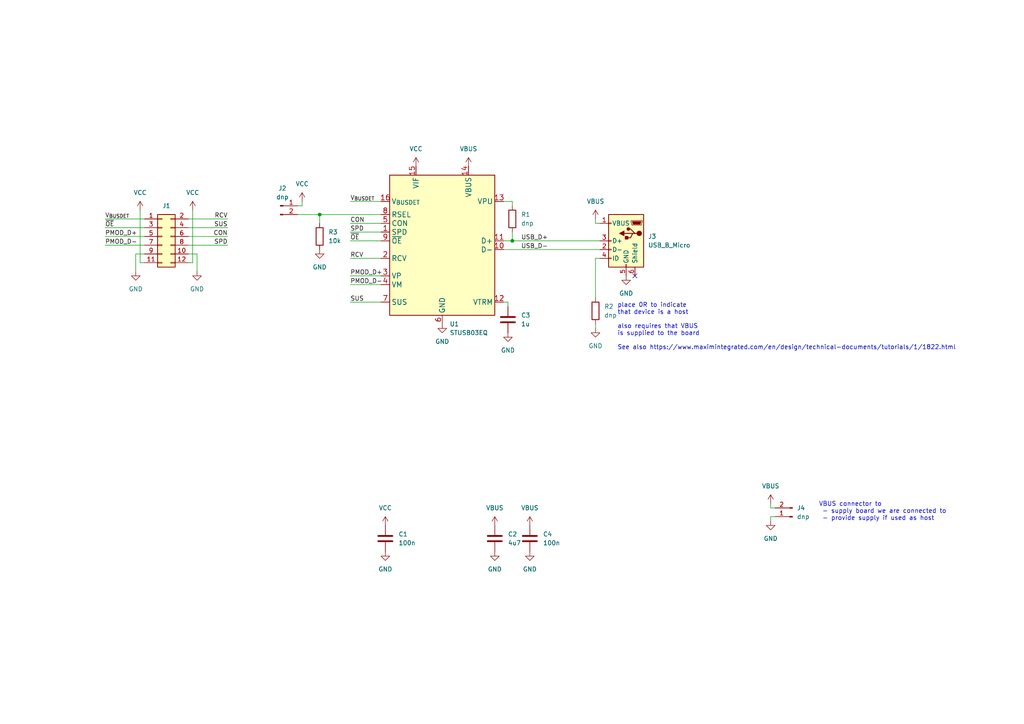
<source format=kicad_sch>
(kicad_sch (version 20211123) (generator eeschema)
  (paper "A4")
  (lib_symbols
    (symbol "Connector:Conn_01x02_Male" (pin_names (offset 1.016) hide)
      (property "Reference" "J" (at 0 2.54 0))
      (property "Value" "Conn_01x02_Male" (at 0 -5.08 0))
      (symbol "Conn_01x02_Male_1_1"
        (polyline (pts (xy 1.27 -2.54) (xy 0.8636 -2.54)) (stroke (width 0.1524)))
        (polyline (pts (xy 1.27 0) (xy 0.8636 0)) (stroke (width 0.1524)))
        (rectangle (start 0.8636 -2.413) (end 0 -2.667) (stroke (width 0.1524)) (fill (type outline)))
        (rectangle (start 0.8636 0.127) (end 0 -0.127) (stroke (width 0.1524)) (fill (type outline)))
        (pin passive line (at 5.08 0 180) (length 3.81) (name "Pin_1") (number "1"))
        (pin passive line (at 5.08 -2.54 180) (length 3.81) (name "Pin_2") (number "2"))
      )
    )
    (symbol "Connector:USB_B_Micro" (pin_names (offset 1.016))
      (property "Reference" "J" (at -5.08 11.43 0))
      (property "Value" "USB_B_Micro" (at -5.08 8.89 0))
      (symbol "USB_B_Micro_0_1"
        (rectangle (start -5.08 -7.62) (end 5.08 7.62) (stroke (width 0.254)) (fill (type background)))
        (circle (center -3.81 2.159) (radius 0.635) (stroke (width 0.254)) (fill (type outline)))
        (circle (center -0.635 3.429) (radius 0.381) (stroke (width 0.254)) (fill (type outline)))
        (rectangle (start -0.127 -7.62) (end 0.127 -6.858))
        (polyline (pts (xy -1.905 2.159) (xy 0.635 2.159)) (stroke (width 0.254)))
        (polyline (pts (xy -3.175 2.159) (xy -2.54 2.159) (xy -1.27 3.429) (xy -0.635 3.429)) (stroke (width 0.254)))
        (polyline (pts (xy -2.54 2.159) (xy -1.905 2.159) (xy -1.27 0.889) (xy 0 0.889)) (stroke (width 0.254)))
        (polyline (pts (xy 0.635 2.794) (xy 0.635 1.524) (xy 1.905 2.159) (xy 0.635 2.794)) (stroke (width 0.254)) (fill (type outline)))
        (polyline (pts (xy -4.318 5.588) (xy -1.778 5.588) (xy -2.032 4.826) (xy -4.064 4.826) (xy -4.318 5.588)) (fill (type outline)))
        (polyline (pts (xy -4.699 5.842) (xy -4.699 5.588) (xy -4.445 4.826) (xy -4.445 4.572) (xy -1.651 4.572) (xy -1.651 4.826) (xy -1.397 5.588) (xy -1.397 5.842) (xy -4.699 5.842)))
        (rectangle (start 0.254 1.27) (end -0.508 0.508) (stroke (width 0.254)) (fill (type outline)))
        (rectangle (start 5.08 -5.207) (end 4.318 -4.953))
        (rectangle (start 5.08 -2.667) (end 4.318 -2.413))
        (rectangle (start 5.08 -0.127) (end 4.318 0.127))
        (rectangle (start 5.08 4.953) (end 4.318 5.207))
      )
      (symbol "USB_B_Micro_1_1"
        (pin power_out line (at 7.62 5.08 180) (length 2.54) (name "VBUS") (number "1"))
        (pin bidirectional line (at 7.62 -2.54 180) (length 2.54) (name "D-") (number "2"))
        (pin bidirectional line (at 7.62 0 180) (length 2.54) (name "D+") (number "3"))
        (pin passive line (at 7.62 -5.08 180) (length 2.54) (name "ID") (number "4"))
        (pin power_out line (at 0 -10.16 90) (length 2.54) (name "GND") (number "5"))
        (pin passive line (at -2.54 -10.16 90) (length 2.54) (name "Shield") (number "6"))
      )
    )
    (symbol "Connector_Generic:Conn_02x06_Odd_Even" (pin_names (offset 1.016) hide)
      (property "Reference" "J" (at 1.27 7.62 0))
      (property "Value" "Conn_02x06_Odd_Even" (at 1.27 -10.16 0))
      (symbol "Conn_02x06_Odd_Even_1_1"
        (rectangle (start -1.27 -7.493) (end 0 -7.747) (stroke (width 0.1524)))
        (rectangle (start -1.27 -4.953) (end 0 -5.207) (stroke (width 0.1524)))
        (rectangle (start -1.27 -2.413) (end 0 -2.667) (stroke (width 0.1524)))
        (rectangle (start -1.27 0.127) (end 0 -0.127) (stroke (width 0.1524)))
        (rectangle (start -1.27 2.667) (end 0 2.413) (stroke (width 0.1524)))
        (rectangle (start -1.27 5.207) (end 0 4.953) (stroke (width 0.1524)))
        (rectangle (start -1.27 6.35) (end 3.81 -8.89) (stroke (width 0.254)) (fill (type background)))
        (rectangle (start 3.81 -7.493) (end 2.54 -7.747) (stroke (width 0.1524)))
        (rectangle (start 3.81 -4.953) (end 2.54 -5.207) (stroke (width 0.1524)))
        (rectangle (start 3.81 -2.413) (end 2.54 -2.667) (stroke (width 0.1524)))
        (rectangle (start 3.81 0.127) (end 2.54 -0.127) (stroke (width 0.1524)))
        (rectangle (start 3.81 2.667) (end 2.54 2.413) (stroke (width 0.1524)))
        (rectangle (start 3.81 5.207) (end 2.54 4.953) (stroke (width 0.1524)))
        (pin passive line (at -5.08 5.08 0) (length 3.81) (name "Pin_1") (number "1"))
        (pin passive line (at 7.62 -5.08 180) (length 3.81) (name "Pin_10") (number "10"))
        (pin passive line (at -5.08 -7.62 0) (length 3.81) (name "Pin_11") (number "11"))
        (pin passive line (at 7.62 -7.62 180) (length 3.81) (name "Pin_12") (number "12"))
        (pin passive line (at 7.62 5.08 180) (length 3.81) (name "Pin_2") (number "2"))
        (pin passive line (at -5.08 2.54 0) (length 3.81) (name "Pin_3") (number "3"))
        (pin passive line (at 7.62 2.54 180) (length 3.81) (name "Pin_4") (number "4"))
        (pin passive line (at -5.08 0 0) (length 3.81) (name "Pin_5") (number "5"))
        (pin passive line (at 7.62 0 180) (length 3.81) (name "Pin_6") (number "6"))
        (pin passive line (at -5.08 -2.54 0) (length 3.81) (name "Pin_7") (number "7"))
        (pin passive line (at 7.62 -2.54 180) (length 3.81) (name "Pin_8") (number "8"))
        (pin passive line (at -5.08 -5.08 0) (length 3.81) (name "Pin_9") (number "9"))
      )
    )
    (symbol "Device:C" (pin_numbers hide) (pin_names (offset 0.254))
      (property "Reference" "C" (at 0.635 2.54 0))
      (property "Value" "C" (at 0.635 -2.54 0))
      (symbol "C_0_1"
        (polyline (pts (xy -2.032 -0.762) (xy 2.032 -0.762)) (stroke (width 0.508)))
        (polyline (pts (xy -2.032 0.762) (xy 2.032 0.762)) (stroke (width 0.508)))
      )
      (symbol "C_1_1"
        (pin passive line (at 0 3.81 270) (length 2.794) (name "~") (number "1"))
        (pin passive line (at 0 -3.81 90) (length 2.794) (name "~") (number "2"))
      )
    )
    (symbol "Device:R" (pin_numbers hide) (pin_names (offset 0))
      (property "Reference" "R" (at 2.032 0 90))
      (property "Value" "R" (at 0 0 90))
      (symbol "R_0_1"
        (rectangle (start -1.016 -2.54) (end 1.016 2.54) (stroke (width 0.254)))
      )
      (symbol "R_1_1"
        (pin passive line (at 0 3.81 270) (length 1.27) (name "~") (number "1"))
        (pin passive line (at 0 -3.81 90) (length 1.27) (name "~") (number "2"))
      )
    )
    (symbol "power:GND" (power) (pin_names (offset 0))
      (property "Value" "GND" (at 0 -3.81 0))
      (symbol "GND_0_1"
        (polyline (pts (xy 0 0) (xy 0 -1.27) (xy 1.27 -1.27) (xy 0 -2.54) (xy -1.27 -1.27) (xy 0 -1.27)))
      )
      (symbol "GND_1_1"
        (pin power_in line (at 0 0 270) (length 0) hide (name "GND") (number "1"))
      )
    )
    (symbol "power:VBUS" (power) (pin_names (offset 0))
      (property "Value" "VBUS" (at 0 3.81 0))
      (symbol "VBUS_0_1"
        (polyline (pts (xy -0.762 1.27) (xy 0 2.54)))
        (polyline (pts (xy 0 0) (xy 0 2.54)))
        (polyline (pts (xy 0 2.54) (xy 0.762 1.27)))
      )
      (symbol "VBUS_1_1"
        (pin power_in line (at 0 0 90) (length 0) hide (name "VBUS") (number "1"))
      )
    )
    (symbol "power:VCC" (power) (pin_names (offset 0))
      (property "Value" "VCC" (at 0 3.81 0))
      (symbol "VCC_0_1"
        (polyline (pts (xy -0.762 1.27) (xy 0 2.54)))
        (polyline (pts (xy 0 0) (xy 0 2.54)))
        (polyline (pts (xy 0 2.54) (xy 0.762 1.27)))
      )
      (symbol "VCC_1_1"
        (pin power_in line (at 0 0 90) (length 0) hide (name "VCC") (number "1"))
      )
    )
    (symbol "symbols:STUSB03EQ"
      (property "Reference" "U" (at -13.97 21.59 0))
      (property "Value" "STUSB03EQ" (at 0 21.59 0))
      (symbol "STUSB03EQ_0_1"
        (rectangle (start -15.24 20.32) (end 15.24 -20.32) (stroke (width 0.254)) (fill (type background)))
      )
      (symbol "STUSB03EQ_1_1"
        (pin input line (at -17.78 3.81 0) (length 2.54) (name "SPD") (number "1"))
        (pin bidirectional line (at 17.78 -1.27 180) (length 2.54) (name "D-") (number "10"))
        (pin bidirectional line (at 17.78 1.27 180) (length 2.54) (name "D+") (number "11"))
        (pin passive line (at 17.78 -16.51 180) (length 2.54) (name "VTRM") (number "12"))
        (pin power_out line (at 17.78 12.7 180) (length 2.54) (name "VPU") (number "13"))
        (pin power_in line (at 7.62 22.86 270) (length 2.54) (name "VBUS") (number "14"))
        (pin input line (at -7.62 22.86 270) (length 2.54) (name "VIF") (number "15"))
        (pin output line (at -17.78 12.7 0) (length 2.54) (name "V_{BUSDET}") (number "16"))
        (pin no_connect line (at 15.24 -13.97 180) (length 2.54) hide (name "NC") (number "17"))
        (pin output line (at -17.78 -3.81 0) (length 2.54) (name "RCV") (number "2"))
        (pin bidirectional line (at -17.78 -8.89 0) (length 2.54) (name "VP") (number "3"))
        (pin bidirectional line (at -17.78 -11.43 0) (length 2.54) (name "VM") (number "4"))
        (pin input line (at -17.78 6.35 0) (length 2.54) (name "CON") (number "5"))
        (pin power_in line (at 0 -22.86 90) (length 2.54) (name "GND") (number "6"))
        (pin input line (at -17.78 -16.51 0) (length 2.54) (name "SUS") (number "7"))
        (pin input line (at -17.78 8.89 0) (length 2.54) (name "RSEL") (number "8"))
        (pin output line (at -17.78 1.27 0) (length 2.54) (name "~{OE}") (number "9"))
      )
    )
  )
  (junction (at 92.71 62.23))
  (junction (at 148.59 69.85))
  (no_connect (at 184.15 80.01))
  (wire (pts (xy 101.6 67.31) (xy 110.49 67.31)))
  (wire (pts (xy 86.36 62.23) (xy 92.71 62.23)))
  (wire (pts (xy 54.61 63.5) (xy 66.04 63.5)))
  (wire (pts (xy 146.05 87.63) (xy 147.32 87.63)))
  (wire (pts (xy 30.48 63.5) (xy 41.91 63.5)))
  (wire (pts (xy 57.15 73.66) (xy 57.15 78.74)))
  (wire (pts (xy 101.6 87.63) (xy 110.49 87.63)))
  (wire (pts (xy 41.91 71.12) (xy 30.48 71.12)))
  (wire (pts (xy 87.63 59.69) (xy 87.63 58.42)))
  (wire (pts (xy 66.04 71.12) (xy 54.61 71.12)))
  (wire (pts (xy 146.05 72.39) (xy 173.99 72.39)))
  (wire (pts (xy 101.6 58.42) (xy 110.49 58.42)))
  (wire (pts (xy 172.72 86.36) (xy 172.72 74.93)))
  (wire (pts (xy 92.71 62.23) (xy 110.49 62.23)))
  (wire (pts (xy 30.48 66.04) (xy 41.91 66.04)))
  (wire (pts (xy 101.6 80.01) (xy 110.49 80.01)))
  (wire (pts (xy 55.88 76.2) (xy 55.88 60.96)))
  (wire (pts (xy 54.61 76.2) (xy 55.88 76.2)))
  (wire (pts (xy 223.52 147.32) (xy 224.79 147.32)))
  (wire (pts (xy 148.59 58.42) (xy 148.59 59.69)))
  (wire (pts (xy 41.91 73.66) (xy 39.37 73.66)))
  (wire (pts (xy 66.04 68.58) (xy 54.61 68.58)))
  (wire (pts (xy 172.72 74.93) (xy 173.99 74.93)))
  (wire (pts (xy 223.52 146.05) (xy 223.52 147.32)))
  (wire (pts (xy 92.71 62.23) (xy 92.71 64.77)))
  (wire (pts (xy 147.32 87.63) (xy 147.32 88.9)))
  (wire (pts (xy 172.72 64.77) (xy 173.99 64.77)))
  (wire (pts (xy 54.61 66.04) (xy 66.04 66.04)))
  (wire (pts (xy 40.64 76.2) (xy 40.64 60.96)))
  (wire (pts (xy 101.6 69.85) (xy 110.49 69.85)))
  (wire (pts (xy 41.91 76.2) (xy 40.64 76.2)))
  (wire (pts (xy 54.61 73.66) (xy 57.15 73.66)))
  (wire (pts (xy 148.59 69.85) (xy 173.99 69.85)))
  (wire (pts (xy 223.52 151.13) (xy 223.52 149.86)))
  (wire (pts (xy 86.36 59.69) (xy 87.63 59.69)))
  (wire (pts (xy 172.72 93.98) (xy 172.72 95.25)))
  (wire (pts (xy 101.6 74.93) (xy 110.49 74.93)))
  (wire (pts (xy 223.52 149.86) (xy 224.79 149.86)))
  (wire (pts (xy 172.72 63.5) (xy 172.72 64.77)))
  (wire (pts (xy 101.6 82.55) (xy 110.49 82.55)))
  (wire (pts (xy 41.91 68.58) (xy 30.48 68.58)))
  (wire (pts (xy 148.59 67.31) (xy 148.59 69.85)))
  (wire (pts (xy 146.05 58.42) (xy 148.59 58.42)))
  (wire (pts (xy 39.37 73.66) (xy 39.37 78.74)))
  (wire (pts (xy 101.6 64.77) (xy 110.49 64.77)))
  (wire (pts (xy 146.05 69.85) (xy 148.59 69.85)))
  (text "VBUS connector to\n - supply board we are connected to\n - provide supply if used as host" (at 237.49 151.13 0) (effects (font (size 1.27 1.27)) (justify left bottom)))
  (text "place 0R to indicate\nthat device is a host\n\nalso requires that VBUS\nis supplied to the board\n\nSee also https://www.maximintegrated.com/en/design/technical-documents/tutorials/1/1822.html" (at 179.07 101.6 0) (effects (font (size 1.27 1.27)) (justify left bottom)))
  (label "USB_D+" (at 151.13 69.85 0))
  (label "SPD" (at 66.04 71.12 180))
  (label "SPD" (at 101.6 67.31 0))
  (label "USB_D-" (at 151.13 72.39 0))
  (label "PMOD_D-" (at 101.6 82.55 0))
  (label "V_{BUSDET}" (at 30.48 63.5 0))
  (label "RCV" (at 101.6 74.93 0))
  (label "PMOD_D-" (at 30.48 71.12 0))
  (label "CON" (at 101.6 64.77 0))
  (label "RCV" (at 66.04 63.5 180))
  (label "~{OE}" (at 101.6 69.85 0))
  (label "~{OE}" (at 30.48 66.04 0))
  (label "PMOD_D+" (at 101.6 80.01 0))
  (label "V_{BUSDET}" (at 101.6 58.42 0))
  (label "PMOD_D+" (at 30.48 68.58 0))
  (label "SUS" (at 101.6 87.63 0))
  (label "CON" (at 66.04 68.58 180))
  (label "SUS" (at 66.04 66.04 180))
  (symbol (lib_id "Device:R") (at 172.72 90.17 0) (unit 1)
    (property "Reference" "R2" (at 175.26 88.8999 0) (effects (justify left)))
    (property "Value" "dnp" (at 175.26 91.4399 0) (effects (justify left)))
    (property "Footprint" "Resistor_SMD:R_0603_1608Metric_Pad0.98x0.95mm_HandSolder" (effects hide))
  )
  (symbol (lib_id "Connector:Conn_01x02_Male") (at 229.87 149.86 180) (unit 1)
    (property "Reference" "J4" (at 231.14 147.3199 0) (effects (justify right)))
    (property "Value" "dnp" (at 231.14 149.8599 0) (effects (justify right)))
    (property "Footprint" "Connector_PinHeader_1.27mm:PinHeader_1x02_P1.27mm_Vertical" (effects hide))
  )
  (symbol (lib_id "power:GND") (at 223.52 151.13 0) (unit 1)
    (property "Reference" "#PWR0108" (effects hide))
    (property "Value" "GND" (at 223.52 156.21 0))
  )
  (symbol (lib_id "power:VCC") (at 111.76 152.4 0) (unit 1)
    (property "Reference" "#PWR0119" (effects hide))
    (property "Value" "VCC" (at 111.76 147.32 0))
  )
  (symbol (lib_id "power:VCC") (at 40.64 60.96 0) (unit 1)
    (property "Reference" "#PWR0115" (effects hide))
    (property "Value" "VCC" (at 40.64 55.88 0))
  )
  (symbol (lib_id "power:GND") (at 39.37 78.74 0) (unit 1)
    (property "Reference" "#PWR0113" (effects hide))
    (property "Value" "GND" (at 39.37 83.82 0))
  )
  (symbol (lib_id "power:GND") (at 92.71 72.39 0) (unit 1)
    (property "Reference" "#PWR0121" (effects hide))
    (property "Value" "GND" (at 92.71 77.47 0))
  )
  (symbol (lib_id "power:GND") (at 111.76 160.02 0) (unit 1)
    (property "Reference" "#PWR0120" (effects hide))
    (property "Value" "GND" (at 111.76 165.1 0))
  )
  (symbol (lib_id "power:VBUS") (at 143.51 152.4 0) (unit 1)
    (property "Reference" "#PWR0103" (effects hide))
    (property "Value" "VBUS" (at 143.51 147.32 0))
  )
  (symbol (lib_id "Device:R") (at 92.71 68.58 0) (unit 1)
    (property "Reference" "R3" (at 95.25 67.3099 0) (effects (justify left)))
    (property "Value" "10k" (at 95.25 69.8499 0) (effects (justify left)))
    (property "Footprint" "Resistor_SMD:R_0603_1608Metric_Pad0.98x0.95mm_HandSolder" (effects hide))
  )
  (symbol (lib_id "power:VBUS") (at 135.89 48.26 0) (unit 1)
    (property "Reference" "#PWR0116" (effects hide))
    (property "Value" "VBUS" (at 135.89 43.18 0))
  )
  (symbol (lib_id "Connector:USB_B_Micro") (at 181.61 69.85 0) (mirror y) (unit 1)
    (property "Reference" "J3" (at 187.96 68.5799 0) (effects (justify right)))
    (property "Value" "USB_B_Micro" (at 187.96 71.1199 0) (effects (justify right)))
    (property "Footprint" "footprints:MICRO5.9mmusb" (effects hide))
    (property "Datasheet" "https://datasheet.lcsc.com/lcsc/1912111437_SHOU-HAN-MICRO5-9mmusb_C393940.pdf" (effects hide))
    (property "LCSC" "C393940" (effects hide))
  )
  (symbol (lib_id "power:GND") (at 147.32 96.52 0) (unit 1)
    (property "Reference" "#PWR0101" (effects hide))
    (property "Value" "GND" (at 147.32 101.6 0))
  )
  (symbol (lib_id "power:GND") (at 128.27 93.98 0) (unit 1)
    (property "Reference" "#PWR0102" (effects hide))
    (property "Value" "GND" (at 128.27 99.06 0))
  )
  (symbol (lib_id "Device:R") (at 148.59 63.5 0) (unit 1)
    (property "Reference" "R1" (at 151.13 62.2299 0) (effects (justify left)))
    (property "Value" "dnp" (at 151.13 64.7699 0) (effects (justify left)))
    (property "Footprint" "Resistor_SMD:R_0603_1608Metric_Pad0.98x0.95mm_HandSolder" (effects hide))
  )
  (symbol (lib_id "power:VBUS") (at 172.72 63.5 0) (unit 1)
    (property "Reference" "#PWR0107" (effects hide))
    (property "Value" "VBUS" (at 172.72 58.42 0))
  )
  (symbol (lib_id "power:GND") (at 143.51 160.02 0) (unit 1)
    (property "Reference" "#PWR0104" (effects hide))
    (property "Value" "GND" (at 143.51 165.1 0))
  )
  (symbol (lib_id "Device:C") (at 147.32 92.71 0) (unit 1)
    (property "Reference" "C3" (at 151.13 91.4399 0) (effects (justify left)))
    (property "Value" "1u" (at 151.13 93.9799 0) (effects (justify left)))
    (property "Footprint" "Capacitor_SMD:C_1206_3216Metric" (effects hide))
    (property "Datasheet" "https://datasheet.lcsc.com/lcsc/1810271109_Samsung-Electro-Mechanics-CL31B105KBHNNNE_C1848.pdf" (effects hide))
    (property "LCSC" "C1848" (effects hide))
  )
  (symbol (lib_id "Device:C") (at 111.76 156.21 0) (unit 1)
    (property "Reference" "C1" (at 115.57 154.9399 0) (effects (justify left)))
    (property "Value" "100n" (at 115.57 157.4799 0) (effects (justify left)))
    (property "Footprint" "Capacitor_SMD:C_0603_1608Metric_Pad1.08x0.95mm_HandSolder" (effects hide))
    (property "Datasheet" "https://datasheet.lcsc.com/lcsc/1809301912_YAGEO-CC0603KRX7R9BB104_C14663.pdf" (effects hide))
    (property "LCSC" "C14663" (effects hide))
  )
  (symbol (lib_id "power:VBUS") (at 153.67 152.4 0) (unit 1)
    (property "Reference" "#PWR0105" (effects hide))
    (property "Value" "VBUS" (at 153.67 147.32 0))
  )
  (symbol (lib_id "power:GND") (at 181.61 80.01 0) (unit 1)
    (property "Reference" "#PWR0111" (effects hide))
    (property "Value" "GND" (at 181.61 85.09 0))
  )
  (symbol (lib_id "power:VCC") (at 87.63 58.42 0) (unit 1)
    (property "Reference" "#PWR0118" (effects hide))
    (property "Value" "VCC" (at 87.63 53.34 0))
  )
  (symbol (lib_id "power:GND") (at 153.67 160.02 0) (unit 1)
    (property "Reference" "#PWR0106" (effects hide))
    (property "Value" "GND" (at 153.67 165.1 0))
  )
  (symbol (lib_id "power:GND") (at 172.72 95.25 0) (unit 1)
    (property "Reference" "#PWR0110" (effects hide))
    (property "Value" "GND" (at 172.72 100.33 0))
  )
  (symbol (lib_id "power:GND") (at 57.15 78.74 0) (unit 1)
    (property "Reference" "#PWR0114" (effects hide))
    (property "Value" "GND" (at 57.15 83.82 0))
  )
  (symbol (lib_id "Device:C") (at 153.67 156.21 0) (unit 1)
    (property "Reference" "C4" (at 157.48 154.9399 0) (effects (justify left)))
    (property "Value" "100n" (at 157.48 157.4799 0) (effects (justify left)))
    (property "Footprint" "Capacitor_SMD:C_0603_1608Metric_Pad1.08x0.95mm_HandSolder" (effects hide))
    (property "Datasheet" "https://datasheet.lcsc.com/lcsc/1809301912_YAGEO-CC0603KRX7R9BB104_C14663.pdf" (effects hide))
    (property "LCSC" "C14663" (effects hide))
  )
  (symbol (lib_id "symbols:STUSB03EQ") (at 128.27 71.12 0) (unit 1)
    (property "Reference" "U1" (at 130.4151 93.98 0) (effects (justify left)))
    (property "Value" "STUSB03EQ" (at 130.4151 96.52 0) (effects (justify left)))
    (property "Footprint" "Package_DFN_QFN:QFN-16-1EP_3x3mm_P0.5mm_EP1.7x1.7mm" (effects hide))
    (property "Datasheet" "https://www.st.com/resource/en/datasheet/stusb03e.pdf" (effects hide))
  )
  (symbol (lib_id "Device:C") (at 143.51 156.21 0) (unit 1)
    (property "Reference" "C2" (at 147.32 154.9399 0) (effects (justify left)))
    (property "Value" "4u7" (at 147.32 157.4799 0) (effects (justify left)))
    (property "Footprint" "Capacitor_SMD:C_0805_2012Metric" (effects hide))
    (property "Datasheet" "https://datasheet.lcsc.com/lcsc/1810261822_Samsung-Electro-Mechanics-CL21A475KAQNNNE_C1779.pdf" (effects hide))
    (property "LCSC" "C1779" (effects hide))
  )
  (symbol (lib_id "power:VBUS") (at 223.52 146.05 0) (unit 1)
    (property "Reference" "#PWR0109" (effects hide))
    (property "Value" "VBUS" (at 223.52 140.97 0))
  )
  (symbol (lib_id "power:VCC") (at 55.88 60.96 0) (unit 1)
    (property "Reference" "#PWR0112" (effects hide))
    (property "Value" "VCC" (at 55.88 55.88 0))
  )
  (symbol (lib_id "Connector:Conn_01x02_Male") (at 81.28 59.69 0) (unit 1)
    (property "Reference" "J2" (at 81.915 54.61 0))
    (property "Value" "dnp" (at 81.915 57.15 0))
    (property "Footprint" "Connector_PinHeader_1.27mm:PinHeader_1x02_P1.27mm_Vertical" (effects hide))
  )
  (symbol (lib_id "Connector_Generic:Conn_02x06_Odd_Even") (at 46.99 68.58 0) (unit 1)
    (property "Reference" "J1" (at 48.26 59.69 0))
    (property "Value" "Conn_02x06_Odd_Even" (effects hide))
    (property "Footprint" "footprints:PinHeaderMirrored_2x06_P2.54mm_Horizontal" (effects hide))
    (property "Datasheet" "https://datasheet.lcsc.com/lcsc/1811151532_BOOMELE-Boom-Precision-Elec-C60565_C60565.pdf" (effects hide))
    (property "LCSC" "C60565" (effects hide))
  )
  (symbol (lib_id "power:VCC") (at 120.65 48.26 0) (unit 1)
    (property "Reference" "#PWR0117" (effects hide))
    (property "Value" "VCC" (at 120.65 43.18 0))
  )
)
</source>
